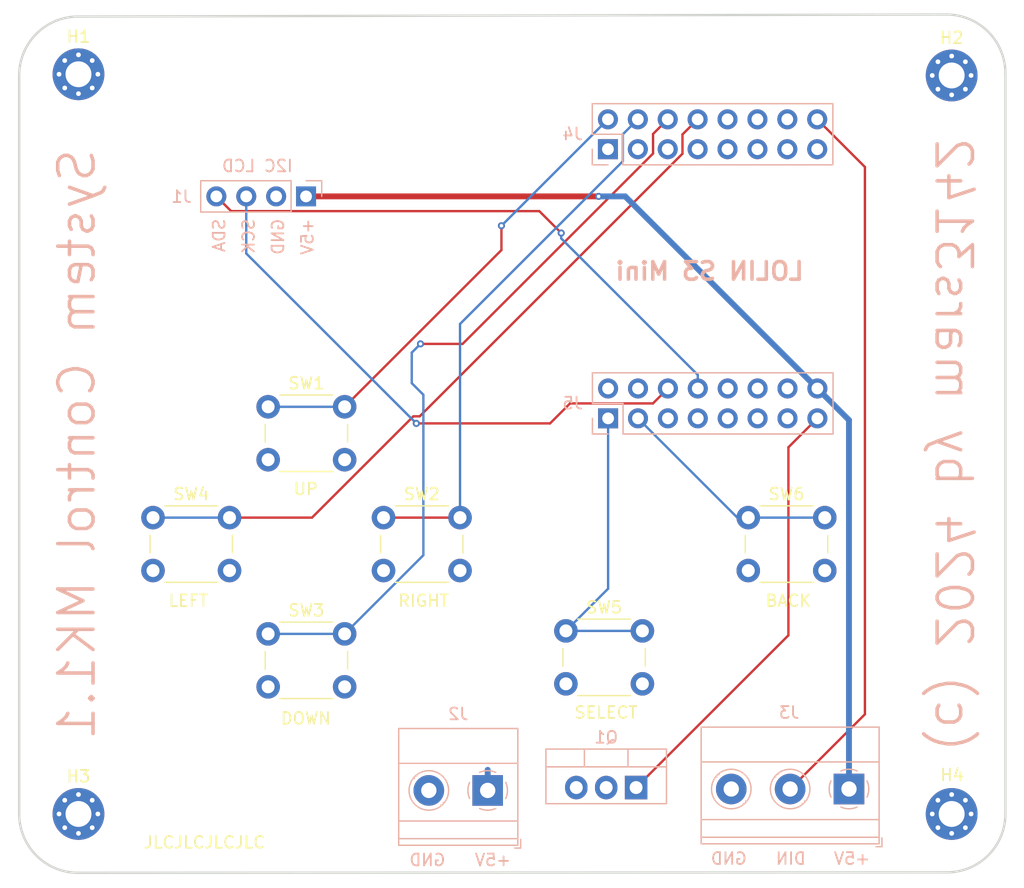
<source format=kicad_pcb>
(kicad_pcb (version 20240108) (generator "pcbnew") (generator_version "8.0")
  (title_block (title "System Control") (date "01.01.2024") (rev "MK1.1") (company "Peter Siegmund (mars3142)") (comment 1 "System Control Board for model railway"))
  (layers (0 "F.Cu" signal) (31 "B.Cu" signal) (34 "B.Paste" user) (35 "F.Paste" user) (36 "B.SilkS" user "B.Silkscreen") (37 "F.SilkS" user "F.Silkscreen") (38 "B.Mask" user) (39 "F.Mask" user) (44 "Edge.Cuts" user))
  (net 0 "")
  (net 1 "SCK")
  (net 2 "+5V")
  (net 3 "GND")
  (net 4 "SDA")
  (net 5 "DIN")
  (net 17 "UP")
  (net 18 "RIGHT")
  (net 19 "DOWN")
  (net 20 "LEFT")
  (net 21 "SELECT")
  (net 22 "BACK")
  (net 31 "MOSFET")
  (footprint "MountingHole:MountingHole_2.2mm_M2_Pad_Via" (layer "F.Cu") (at 59.05615 92.65115)
    (property "Reference" "H3" (at 0 -3.2 0) (layer "F.SilkS"))
    (property "Value" "MH3")
    (pad "1" thru_hole circle (at -1.65 0) (size 0.7 0.7) (drill 0.4) (layers "*.Cu" "*.Mask") (net 3 "GND"))
    (pad "1" thru_hole circle (at -1.166726 -1.166726) (size 0.7 0.7) (drill 0.4) (layers "*.Cu" "*.Mask") (net 3 "GND"))
    (pad "1" thru_hole circle (at -1.166726 1.166726) (size 0.7 0.7) (drill 0.4) (layers "*.Cu" "*.Mask") (net 3 "GND"))
    (pad "1" thru_hole circle (at 0 -1.65) (size 0.7 0.7) (drill 0.4) (layers "*.Cu" "*.Mask") (net 3 "GND"))
    (pad "1" thru_hole circle (at 0 0) (size 4.4 4.4) (drill 2.2) (layers "*.Cu" "*.Mask") (net 3 "GND"))
    (pad "1" thru_hole circle (at 0 1.65) (size 0.7 0.7) (drill 0.4) (layers "*.Cu" "*.Mask") (net 3 "GND"))
    (pad "1" thru_hole circle (at 1.166726 -1.166726) (size 0.7 0.7) (drill 0.4) (layers "*.Cu" "*.Mask") (net 3 "GND"))
    (pad "1" thru_hole circle (at 1.166726 1.166726) (size 0.7 0.7) (drill 0.4) (layers "*.Cu" "*.Mask") (net 3 "GND"))
    (pad "1" thru_hole circle (at 1.65 0) (size 0.7 0.7) (drill 0.4) (layers "*.Cu" "*.Mask") (net 3 "GND"))
  )
  (footprint "Button_Switch_THT:SW_PUSH_6mm_H4.3mm" (layer "F.Cu") (at 75.16945 58.03915)
    (property "Reference" "SW1" (at 3.25 -2 0) (layer "F.SilkS"))
    (property "Value" "UP" (at 3.20055 6.99085 0) (layer "F.SilkS"))
    (fp_line (start -0.25 1.5) (end -0.25 3) (stroke (width 0.12)) (layer "F.SilkS"))
    (fp_line (start 1 5.5) (end 5.5 5.5) (stroke (width 0.12)) (layer "F.SilkS"))
    (fp_line (start 5.5 -1) (end 1 -1) (stroke (width 0.12)) (layer "F.SilkS"))
    (fp_line (start 6.75 3) (end 6.75 1.5) (stroke (width 0.12)) (layer "F.SilkS"))
    (pad "1" thru_hole circle (at 0 0 90) (size 2 2) (drill 1.1) (layers "*.Cu" "*.Mask") (net 17 "UP"))
    (pad "1" thru_hole circle (at 6.5 0 90) (size 2 2) (drill 1.1) (layers "*.Cu" "*.Mask") (net 17 "UP"))
    (pad "2" thru_hole circle (at 0 4.5 90) (size 2 2) (drill 1.1) (layers "*.Cu" "*.Mask") (net 3 "GND"))
    (pad "2" thru_hole circle (at 6.5 4.5 90) (size 2 2) (drill 1.1) (layers "*.Cu" "*.Mask") (net 3 "GND"))
  )
  (footprint "Button_Switch_THT:SW_PUSH_6mm_H4.3mm" (layer "F.Cu") (at 65.38945 67.46115)
    (property "Reference" "SW4" (at 3.25 -2 0) (layer "F.SilkS"))
    (property "Value" "LEFT" (at 2.997645 7.06885 0) (layer "F.SilkS"))
    (fp_line (start -0.25 1.5) (end -0.25 3) (stroke (width 0.12)) (layer "F.SilkS"))
    (fp_line (start 1 5.5) (end 5.5 5.5) (stroke (width 0.12)) (layer "F.SilkS"))
    (fp_line (start 5.5 -1) (end 1 -1) (stroke (width 0.12)) (layer "F.SilkS"))
    (fp_line (start 6.75 3) (end 6.75 1.5) (stroke (width 0.12)) (layer "F.SilkS"))
    (pad "1" thru_hole circle (at 0 0 90) (size 2 2) (drill 1.1) (layers "*.Cu" "*.Mask") (net 20 "LEFT"))
    (pad "1" thru_hole circle (at 6.5 0 90) (size 2 2) (drill 1.1) (layers "*.Cu" "*.Mask") (net 20 "LEFT"))
    (pad "2" thru_hole circle (at 0 4.5 90) (size 2 2) (drill 1.1) (layers "*.Cu" "*.Mask") (net 3 "GND"))
    (pad "2" thru_hole circle (at 6.5 4.5 90) (size 2 2) (drill 1.1) (layers "*.Cu" "*.Mask") (net 3 "GND"))
  )
  (footprint "MountingHole:MountingHole_2.2mm_M2_Pad_Via" (layer "F.Cu") (at 59.05615 29.77315)
    (property "Reference" "H1" (at 0 -3.2 0) (layer "F.SilkS"))
    (property "Value" "MH1")
    (pad "1" thru_hole circle (at -1.65 0) (size 0.7 0.7) (drill 0.4) (layers "*.Cu" "*.Mask") (net 3 "GND"))
    (pad "1" thru_hole circle (at -1.166726 -1.166726) (size 0.7 0.7) (drill 0.4) (layers "*.Cu" "*.Mask") (net 3 "GND"))
    (pad "1" thru_hole circle (at -1.166726 1.166726) (size 0.7 0.7) (drill 0.4) (layers "*.Cu" "*.Mask") (net 3 "GND"))
    (pad "1" thru_hole circle (at 0 -1.65) (size 0.7 0.7) (drill 0.4) (layers "*.Cu" "*.Mask") (net 3 "GND"))
    (pad "1" thru_hole circle (at 0 0) (size 4.4 4.4) (drill 2.2) (layers "*.Cu" "*.Mask") (net 3 "GND"))
    (pad "1" thru_hole circle (at 0 1.65) (size 0.7 0.7) (drill 0.4) (layers "*.Cu" "*.Mask") (net 3 "GND"))
    (pad "1" thru_hole circle (at 1.166726 -1.166726) (size 0.7 0.7) (drill 0.4) (layers "*.Cu" "*.Mask") (net 3 "GND"))
    (pad "1" thru_hole circle (at 1.166726 1.166726) (size 0.7 0.7) (drill 0.4) (layers "*.Cu" "*.Mask") (net 3 "GND"))
    (pad "1" thru_hole circle (at 1.65 0) (size 0.7 0.7) (drill 0.4) (layers "*.Cu" "*.Mask") (net 3 "GND"))
  )
  (footprint "Button_Switch_THT:SW_PUSH_6mm_H4.3mm" (layer "F.Cu") (at 84.97145 67.46115)
    (property "Reference" "SW2" (at 3.25 -2 0) (layer "F.SilkS"))
    (property "Value" "RIGHT" (at 3.39855 7.06885 0) (layer "F.SilkS"))
    (fp_line (start -0.25 1.5) (end -0.25 3) (stroke (width 0.12)) (layer "F.SilkS"))
    (fp_line (start 1 5.5) (end 5.5 5.5) (stroke (width 0.12)) (layer "F.SilkS"))
    (fp_line (start 5.5 -1) (end 1 -1) (stroke (width 0.12)) (layer "F.SilkS"))
    (fp_line (start 6.75 3) (end 6.75 1.5) (stroke (width 0.12)) (layer "F.SilkS"))
    (pad "1" thru_hole circle (at 0 0 90) (size 2 2) (drill 1.1) (layers "*.Cu" "*.Mask") (net 18 "RIGHT"))
    (pad "1" thru_hole circle (at 6.5 0 90) (size 2 2) (drill 1.1) (layers "*.Cu" "*.Mask") (net 18 "RIGHT"))
    (pad "2" thru_hole circle (at 0 4.5 90) (size 2 2) (drill 1.1) (layers "*.Cu" "*.Mask") (net 3 "GND"))
    (pad "2" thru_hole circle (at 6.5 4.5 90) (size 2 2) (drill 1.1) (layers "*.Cu" "*.Mask") (net 3 "GND"))
  )
  (footprint "Button_Switch_THT:SW_PUSH_6mm_H4.3mm" (layer "F.Cu") (at 75.16945 77.34315)
    (property "Reference" "SW3" (at 3.25 -2 0) (layer "F.SilkS"))
    (property "Value" "DOWN" (at 3.20055 7.18685 0) (layer "F.SilkS"))
    (fp_line (start -0.25 1.5) (end -0.25 3) (stroke (width 0.12)) (layer "F.SilkS"))
    (fp_line (start 1 5.5) (end 5.5 5.5) (stroke (width 0.12)) (layer "F.SilkS"))
    (fp_line (start 5.5 -1) (end 1 -1) (stroke (width 0.12)) (layer "F.SilkS"))
    (fp_line (start 6.75 3) (end 6.75 1.5) (stroke (width 0.12)) (layer "F.SilkS"))
    (pad "1" thru_hole circle (at 0 0 90) (size 2 2) (drill 1.1) (layers "*.Cu" "*.Mask") (net 19 "DOWN"))
    (pad "1" thru_hole circle (at 6.5 0 90) (size 2 2) (drill 1.1) (layers "*.Cu" "*.Mask") (net 19 "DOWN"))
    (pad "2" thru_hole circle (at 0 4.5 90) (size 2 2) (drill 1.1) (layers "*.Cu" "*.Mask") (net 3 "GND"))
    (pad "2" thru_hole circle (at 6.5 4.5 90) (size 2 2) (drill 1.1) (layers "*.Cu" "*.Mask") (net 3 "GND"))
  )
  (footprint "Button_Switch_THT:SW_PUSH_6mm_H4.3mm" (layer "F.Cu") (at 115.95945 67.46115)
    (property "Reference" "SW6" (at 3.25 -2 0) (layer "F.SilkS"))
    (property "Value" "BACK" (at 3.41055 7.06885 0) (layer "F.SilkS"))
    (fp_line (start -0.25 1.5) (end -0.25 3) (stroke (width 0.12)) (layer "F.SilkS"))
    (fp_line (start 1 5.5) (end 5.5 5.5) (stroke (width 0.12)) (layer "F.SilkS"))
    (fp_line (start 5.5 -1) (end 1 -1) (stroke (width 0.12)) (layer "F.SilkS"))
    (fp_line (start 6.75 3) (end 6.75 1.5) (stroke (width 0.12)) (layer "F.SilkS"))
    (pad "1" thru_hole circle (at 0 0 90) (size 2 2) (drill 1.1) (layers "*.Cu" "*.Mask") (net 22 "BACK"))
    (pad "1" thru_hole circle (at 6.5 0 90) (size 2 2) (drill 1.1) (layers "*.Cu" "*.Mask") (net 22 "BACK"))
    (pad "2" thru_hole circle (at 0 4.5 90) (size 2 2) (drill 1.1) (layers "*.Cu" "*.Mask") (net 3 "GND"))
    (pad "2" thru_hole circle (at 6.5 4.5 90) (size 2 2) (drill 1.1) (layers "*.Cu" "*.Mask") (net 3 "GND"))
  )
  (footprint "MountingHole:MountingHole_2.2mm_M2_Pad_Via" (layer "F.Cu") (at 133.23945 29.87645)
    (property "Reference" "H2" (at 0 -3.2 0) (layer "F.SilkS"))
    (property "Value" "MH2")
    (pad "1" thru_hole circle (at -1.65 0) (size 0.7 0.7) (drill 0.4) (layers "*.Cu" "*.Mask") (net 3 "GND"))
    (pad "1" thru_hole circle (at -1.166726 -1.166726) (size 0.7 0.7) (drill 0.4) (layers "*.Cu" "*.Mask") (net 3 "GND"))
    (pad "1" thru_hole circle (at -1.166726 1.166726) (size 0.7 0.7) (drill 0.4) (layers "*.Cu" "*.Mask") (net 3 "GND"))
    (pad "1" thru_hole circle (at 0 -1.65) (size 0.7 0.7) (drill 0.4) (layers "*.Cu" "*.Mask") (net 3 "GND"))
    (pad "1" thru_hole circle (at 0 0) (size 4.4 4.4) (drill 2.2) (layers "*.Cu" "*.Mask") (net 3 "GND"))
    (pad "1" thru_hole circle (at 0 1.65) (size 0.7 0.7) (drill 0.4) (layers "*.Cu" "*.Mask") (net 3 "GND"))
    (pad "1" thru_hole circle (at 1.166726 -1.166726) (size 0.7 0.7) (drill 0.4) (layers "*.Cu" "*.Mask") (net 3 "GND"))
    (pad "1" thru_hole circle (at 1.166726 1.166726) (size 0.7 0.7) (drill 0.4) (layers "*.Cu" "*.Mask") (net 3 "GND"))
    (pad "1" thru_hole circle (at 1.65 0) (size 0.7 0.7) (drill 0.4) (layers "*.Cu" "*.Mask") (net 3 "GND"))
  )
  (footprint "MountingHole:MountingHole_2.2mm_M2_Pad_Via" (layer "F.Cu") (at 133.23945 92.65115)
    (property "Reference" "H4" (at 0.0355 -3.3145 0) (layer "F.SilkS"))
    (property "Value" "MH4")
    (pad "1" thru_hole circle (at -1.65 0) (size 0.7 0.7) (drill 0.4) (layers "*.Cu" "*.Mask") (net 3 "GND"))
    (pad "1" thru_hole circle (at -1.166726 -1.166726) (size 0.7 0.7) (drill 0.4) (layers "*.Cu" "*.Mask") (net 3 "GND"))
    (pad "1" thru_hole circle (at -1.166726 1.166726) (size 0.7 0.7) (drill 0.4) (layers "*.Cu" "*.Mask") (net 3 "GND"))
    (pad "1" thru_hole circle (at 0 -1.65) (size 0.7 0.7) (drill 0.4) (layers "*.Cu" "*.Mask") (net 3 "GND"))
    (pad "1" thru_hole circle (at 0 0) (size 4.4 4.4) (drill 2.2) (layers "*.Cu" "*.Mask") (net 3 "GND"))
    (pad "1" thru_hole circle (at 0 1.65) (size 0.7 0.7) (drill 0.4) (layers "*.Cu" "*.Mask") (net 3 "GND"))
    (pad "1" thru_hole circle (at 1.166726 -1.166726) (size 0.7 0.7) (drill 0.4) (layers "*.Cu" "*.Mask") (net 3 "GND"))
    (pad "1" thru_hole circle (at 1.166726 1.166726) (size 0.7 0.7) (drill 0.4) (layers "*.Cu" "*.Mask") (net 3 "GND"))
    (pad "1" thru_hole circle (at 1.65 0) (size 0.7 0.7) (drill 0.4) (layers "*.Cu" "*.Mask") (net 3 "GND"))
  )
  (footprint "Button_Switch_THT:SW_PUSH_6mm_H4.3mm" (layer "F.Cu") (at 100.46545 77.08915)
    (property "Reference" "SW5" (at 3.25 -2 0) (layer "F.SilkS"))
    (property "Value" "SELECT" (at 3.40455 6.94085 0) (layer "F.SilkS"))
    (fp_line (start -0.25 1.5) (end -0.25 3) (stroke (width 0.12)) (layer "F.SilkS"))
    (fp_line (start 1 5.5) (end 5.5 5.5) (stroke (width 0.12)) (layer "F.SilkS"))
    (fp_line (start 5.5 -1) (end 1 -1) (stroke (width 0.12)) (layer "F.SilkS"))
    (fp_line (start 6.75 3) (end 6.75 1.5) (stroke (width 0.12)) (layer "F.SilkS"))
    (pad "1" thru_hole circle (at 0 0 90) (size 2 2) (drill 1.1) (layers "*.Cu" "*.Mask") (net 21 "SELECT"))
    (pad "1" thru_hole circle (at 6.5 0 90) (size 2 2) (drill 1.1) (layers "*.Cu" "*.Mask") (net 21 "SELECT"))
    (pad "2" thru_hole circle (at 0 4.5 90) (size 2 2) (drill 1.1) (layers "*.Cu" "*.Mask") (net 3 "GND"))
    (pad "2" thru_hole circle (at 6.5 4.5 90) (size 2 2) (drill 1.1) (layers "*.Cu" "*.Mask") (net 3 "GND"))
  )
  (footprint "Package_TO_SOT_THT:TO-220-3_Vertical" (layer "B.Cu") (at 106.42945 90.40615 180)
    (property "Reference" "Q1" (at 2.54 4.27 0) (layer "B.SilkS") (effects (justify mirror)))
    (property "Value" "IRF3205")
    (fp_line (start 7.66 3.27) (end -2.58 3.27) (stroke (width 0.12)) (layer "B.SilkS"))
    (fp_line (start 7.66 1.76) (end -2.58 1.76) (stroke (width 0.12)) (layer "B.SilkS"))
    (fp_line (start 7.66 -1.371) (end 7.66 3.27) (stroke (width 0.12)) (layer "B.SilkS"))
    (fp_line (start 7.66 -1.371) (end -2.58 -1.371) (stroke (width 0.12)) (layer "B.SilkS"))
    (fp_line (start 4.391 1.76) (end 4.391 3.27) (stroke (width 0.12)) (layer "B.SilkS"))
    (fp_line (start 0.69 1.76) (end 0.69 3.27) (stroke (width 0.12)) (layer "B.SilkS"))
    (fp_line (start -2.58 -1.371) (end -2.58 3.27) (stroke (width 0.12)) (layer "B.SilkS"))
    (pad "1" thru_hole rect (at 0 0 180) (size 1.905 2) (drill 1.1) (layers "*.Cu" "*.Mask") (net 31 "MOSFET"))
    (pad "2" thru_hole oval (at 2.54 0 180) (size 1.905 2) (drill 1.1) (layers "*.Cu" "*.Mask") (net 3 "GND"))
    (pad "3" thru_hole oval (at 5.08 0 180) (size 1.905 2) (drill 1.1) (layers "*.Cu" "*.Mask") (net 3 "GND"))
  )
  (footprint "TerminalBlock_Phoenix:TerminalBlock_Phoenix_MKDS-1,5-3_1x03_P5.00mm_Horizontal" (layer "B.Cu") (at 124.51545 90.53015 180)
    (property "Reference" "J3" (at 5.085 6.5 0) (layer "B.SilkS") (effects (justify mirror)))
    (property "Value" "Output")
    (fp_line (start 12.56 5.261) (end -2.56 5.261) (stroke (width 0.12)) (layer "B.SilkS"))
    (fp_line (start 12.56 2.301) (end -2.56 2.301) (stroke (width 0.12)) (layer "B.SilkS"))
    (fp_line (start 12.56 -2.6) (end -2.56 -2.6) (stroke (width 0.12)) (layer "B.SilkS"))
    (fp_line (start 12.56 -4.1) (end -2.56 -4.1) (stroke (width 0.12)) (layer "B.SilkS"))
    (fp_line (start 12.56 -4.66) (end 12.56 5.261) (stroke (width 0.12)) (layer "B.SilkS"))
    (fp_line (start 12.56 -4.66) (end -2.56 -4.66) (stroke (width 0.12)) (layer "B.SilkS"))
    (fp_line (start 11.228 1.023) (end 11.275 1.069) (stroke (width 0.12)) (layer "B.SilkS"))
    (fp_line (start 11.035 1.239) (end 11.07 1.275) (stroke (width 0.12)) (layer "B.SilkS"))
    (fp_line (start 8.931 -1.274) (end 8.966 -1.239) (stroke (width 0.12)) (layer "B.SilkS"))
    (fp_line (start 8.726 -1.069) (end 8.773 -1.023) (stroke (width 0.12)) (layer "B.SilkS"))
    (fp_line (start 6.228 1.023) (end 6.275 1.069) (stroke (width 0.12)) (layer "B.SilkS"))
    (fp_line (start 6.035 1.239) (end 6.07 1.275) (stroke (width 0.12)) (layer "B.SilkS"))
    (fp_line (start 3.931 -1.274) (end 3.966 -1.239) (stroke (width 0.12)) (layer "B.SilkS"))
    (fp_line (start 3.726 -1.069) (end 3.773 -1.023) (stroke (width 0.12)) (layer "B.SilkS"))
    (fp_line (start -2.3 -4.9) (end -2.8 -4.9) (stroke (width 0.12)) (layer "B.SilkS"))
    (fp_line (start -2.56 -4.66) (end -2.56 5.261) (stroke (width 0.12)) (layer "B.SilkS"))
    (fp_line (start -2.8 -4.9) (end -2.8 -4.16) (stroke (width 0.12)) (layer "B.SilkS"))
    (fp_arc (start 1.535 -0.684) (mid 1.6805 -0.000524) (end 1.535427 0.683042) (stroke (width 0.12)) (layer "B.SilkS"))
    (fp_arc (start 0.684 1.535) (mid 0.000524 1.680501) (end -0.683042 1.535427) (stroke (width 0.12)) (layer "B.SilkS"))
    (fp_arc (start 0 -1.68) (mid 0.349292 -1.643288) (end 0.683318 -1.534756) (stroke (width 0.12)) (layer "B.SilkS"))
    (fp_arc (start -0.684 -1.535) (mid -0.335551 -1.646659) (end 0.028805 -1.680253) (stroke (width 0.12)) (layer "B.SilkS"))
    (fp_arc (start -1.535 0.684) (mid -1.680501 0.000524) (end -1.535427 -0.683042) (stroke (width 0.12)) (layer "B.SilkS"))
    (fp_circle (center 10 0) (end 11.68 0) (stroke (width 0.12)) (fill none) (layer "B.SilkS"))
    (fp_circle (center 5 0) (end 6.68 0) (stroke (width 0.12)) (fill none) (layer "B.SilkS"))
    (pad "1" thru_hole rect (at 0 0 180) (size 2.6 2.6) (drill 1.3) (layers "*.Cu" "*.Mask") (net 2 "+5V"))
    (pad "2" thru_hole circle (at 5 0 180) (size 2.6 2.6) (drill 1.3) (layers "*.Cu" "*.Mask") (net 5 "DIN"))
    (pad "3" thru_hole circle (at 10 0 180) (size 2.6 2.6) (drill 1.3) (layers "*.Cu" "*.Mask") (net 3 "GND"))
  )
  (footprint "Connector_PinSocket_2.54mm:PinSocket_2x08_P2.54mm_Vertical" (layer "B.Cu") (at 104.05145 59.02315 -90)
    (property "Reference" "J5" (at -1.29 3.015 180) (layer "B.SilkS") (effects (justify mirror)))
    (property "Value" "Female Header Right" (hide yes))
    (fp_line (start -1.27 1.33) (end -3.87 1.33) (stroke (width 0.12)) (layer "B.SilkS"))
    (fp_line (start 1.33 1.33) (end 0 1.33) (stroke (width 0.12)) (layer "B.SilkS"))
    (fp_line (start 1.33 0) (end 1.33 1.33) (stroke (width 0.12)) (layer "B.SilkS"))
    (fp_line (start -1.27 -1.27) (end -1.27 1.33) (stroke (width 0.12)) (layer "B.SilkS"))
    (fp_line (start 1.33 -1.27) (end -1.27 -1.27) (stroke (width 0.12)) (layer "B.SilkS"))
    (fp_line (start -3.87 -19.11) (end -3.87 1.33) (stroke (width 0.12)) (layer "B.SilkS"))
    (fp_line (start 1.33 -19.11) (end 1.33 -1.27) (stroke (width 0.12)) (layer "B.SilkS"))
    (fp_line (start 1.33 -19.11) (end -3.87 -19.11) (stroke (width 0.12)) (layer "B.SilkS"))
    (pad "1" thru_hole rect (at 0 0 270) (size 1.7 1.7) (drill 1) (layers "*.Cu" "*.Mask") (net 21 "SELECT"))
    (pad "2" thru_hole oval (at -2.54 0 270) (size 1.7 1.7) (drill 1) (layers "*.Cu" "*.Mask"))
    (pad "3" thru_hole oval (at 0 -2.54 270) (size 1.7 1.7) (drill 1) (layers "*.Cu" "*.Mask") (net 22 "BACK"))
    (pad "4" thru_hole oval (at -2.54 -2.54 270) (size 1.7 1.7) (drill 1) (layers "*.Cu" "*.Mask"))
    (pad "5" thru_hole oval (at 0 -5.08 270) (size 1.7 1.7) (drill 1) (layers "*.Cu" "*.Mask"))
    (pad "6" thru_hole oval (at -2.54 -5.08 270) (size 1.7 1.7) (drill 1) (layers "*.Cu" "*.Mask") (net 1 "SCK"))
    (pad "7" thru_hole oval (at 0 -7.62 270) (size 1.7 1.7) (drill 1) (layers "*.Cu" "*.Mask"))
    (pad "8" thru_hole oval (at -2.54 -7.62 270) (size 1.7 1.7) (drill 1) (layers "*.Cu" "*.Mask") (net 4 "SDA"))
    (pad "9" thru_hole oval (at 0 -10.16 270) (size 1.7 1.7) (drill 1) (layers "*.Cu" "*.Mask"))
    (pad "10" thru_hole oval (at -2.54 -10.16 270) (size 1.7 1.7) (drill 1) (layers "*.Cu" "*.Mask"))
    (pad "11" thru_hole oval (at 0 -12.7 270) (size 1.7 1.7) (drill 1) (layers "*.Cu" "*.Mask"))
    (pad "12" thru_hole oval (at -2.54 -12.7 270) (size 1.7 1.7) (drill 1) (layers "*.Cu" "*.Mask"))
    (pad "13" thru_hole oval (at 0 -15.24 270) (size 1.7 1.7) (drill 1) (layers "*.Cu" "*.Mask") (net 3 "GND"))
    (pad "14" thru_hole oval (at -2.54 -15.24 270) (size 1.7 1.7) (drill 1) (layers "*.Cu" "*.Mask") (net 3 "GND"))
    (pad "15" thru_hole oval (at 0 -17.78 270) (size 1.7 1.7) (drill 1) (layers "*.Cu" "*.Mask") (net 31 "MOSFET"))
    (pad "16" thru_hole oval (at -2.54 -17.78 270) (size 1.7 1.7) (drill 1) (layers "*.Cu" "*.Mask") (net 2 "+5V"))
  )
  (footprint "Connector_PinSocket_2.54mm:PinSocket_1x04_P2.54mm_Vertical" (layer "B.Cu") (at 78.38945 40.15515 90)
    (property "Reference" "J1" (at -0.025 -10.58 180) (layer "B.SilkS") (effects (justify mirror)))
    (property "Value" "Female Header")
    (fp_line (start 1.33 -8.95) (end -1.33 -8.95) (stroke (width 0.12)) (layer "B.SilkS"))
    (fp_line (start 1.33 -8.95) (end 1.33 -1.27) (stroke (width 0.12)) (layer "B.SilkS"))
    (fp_line (start -1.33 -8.95) (end -1.33 -1.27) (stroke (width 0.12)) (layer "B.SilkS"))
    (fp_line (start 1.33 -1.27) (end -1.33 -1.27) (stroke (width 0.12)) (layer "B.SilkS"))
    (fp_line (start 1.33 0) (end 1.33 1.33) (stroke (width 0.12)) (layer "B.SilkS"))
    (fp_line (start 1.33 1.33) (end 0 1.33) (stroke (width 0.12)) (layer "B.SilkS"))
    (pad "1" thru_hole rect (at 0 0 90) (size 1.7 1.7) (drill 1) (layers "*.Cu" "*.Mask") (net 2 "+5V"))
    (pad "2" thru_hole oval (at 0 -2.54 90) (size 1.7 1.7) (drill 1) (layers "*.Cu" "*.Mask") (net 3 "GND"))
    (pad "3" thru_hole oval (at 0 -5.08 90) (size 1.7 1.7) (drill 1) (layers "*.Cu" "*.Mask") (net 1 "SCK"))
    (pad "4" thru_hole oval (at 0 -7.62 90) (size 1.7 1.7) (drill 1) (layers "*.Cu" "*.Mask") (net 4 "SDA"))
  )
  (footprint "TerminalBlock_Phoenix:TerminalBlock_Phoenix_MKDS-1,5-2_1x02_P5.00mm_Horizontal" (layer "B.Cu") (at 93.82145 90.65115 180)
    (property "Reference" "J2" (at 2.5 6.5 0) (layer "B.SilkS") (effects (justify mirror)))
    (property "Value" "Input")
    (fp_line (start 7.56 5.261) (end -2.56 5.261) (stroke (width 0.12)) (layer "B.SilkS"))
    (fp_line (start 7.56 2.301) (end -2.56 2.301) (stroke (width 0.12)) (layer "B.SilkS"))
    (fp_line (start 7.56 -2.6) (end -2.56 -2.6) (stroke (width 0.12)) (layer "B.SilkS"))
    (fp_line (start 7.56 -4.1) (end -2.56 -4.1) (stroke (width 0.12)) (layer "B.SilkS"))
    (fp_line (start 7.56 -4.66) (end 7.56 5.261) (stroke (width 0.12)) (layer "B.SilkS"))
    (fp_line (start 7.56 -4.66) (end -2.56 -4.66) (stroke (width 0.12)) (layer "B.SilkS"))
    (fp_line (start 6.228 1.023) (end 6.275 1.069) (stroke (width 0.12)) (layer "B.SilkS"))
    (fp_line (start 6.035 1.239) (end 6.07 1.275) (stroke (width 0.12)) (layer "B.SilkS"))
    (fp_line (start 3.931 -1.274) (end 3.966 -1.239) (stroke (width 0.12)) (layer "B.SilkS"))
    (fp_line (start 3.726 -1.069) (end 3.773 -1.023) (stroke (width 0.12)) (layer "B.SilkS"))
    (fp_line (start -2.3 -4.9) (end -2.8 -4.9) (stroke (width 0.12)) (layer "B.SilkS"))
    (fp_line (start -2.56 -4.66) (end -2.56 5.261) (stroke (width 0.12)) (layer "B.SilkS"))
    (fp_line (start -2.8 -4.9) (end -2.8 -4.16) (stroke (width 0.12)) (layer "B.SilkS"))
    (fp_arc (start 1.535 -0.684) (mid 1.6805 -0.000524) (end 1.535427 0.683042) (stroke (width 0.12)) (layer "B.SilkS"))
    (fp_arc (start 0.684 1.535) (mid 0.000524 1.680501) (end -0.683042 1.535427) (stroke (width 0.12)) (layer "B.SilkS"))
    (fp_arc (start 0 -1.68) (mid 0.349292 -1.643288) (end 0.683318 -1.534756) (stroke (width 0.12)) (layer "B.SilkS"))
    (fp_arc (start -0.684 -1.535) (mid -0.335551 -1.646659) (end 0.028805 -1.680253) (stroke (width 0.12)) (layer "B.SilkS"))
    (fp_arc (start -1.535 0.684) (mid -1.680501 0.000524) (end -1.535427 -0.683042) (stroke (width 0.12)) (layer "B.SilkS"))
    (fp_circle (center 5 0) (end 6.68 0) (stroke (width 0.12)) (fill none) (layer "B.SilkS"))
    (pad "1" thru_hole rect (at 0 0 180) (size 2.6 2.6) (drill 1.3) (layers "*.Cu" "*.Mask") (net 2 "+5V"))
    (pad "2" thru_hole circle (at 5 0 180) (size 2.6 2.6) (drill 1.3) (layers "*.Cu" "*.Mask") (net 3 "GND"))
  )
  (footprint "Connector_PinSocket_2.54mm:PinSocket_2x08_P2.54mm_Vertical" (layer "B.Cu") (at 104.03645 36.14315 -90)
    (property "Reference" "J4" (at -1.29 3 180) (layer "B.SilkS") (effects (justify mirror)))
    (property "Value" "Female Header Left" (hide yes))
    (fp_line (start -1.27 1.33) (end -3.87 1.33) (stroke (width 0.12)) (layer "B.SilkS"))
    (fp_line (start 1.33 1.33) (end 0 1.33) (stroke (width 0.12)) (layer "B.SilkS"))
    (fp_line (start 1.33 0) (end 1.33 1.33) (stroke (width 0.12)) (layer "B.SilkS"))
    (fp_line (start -1.27 -1.27) (end -1.27 1.33) (stroke (width 0.12)) (layer "B.SilkS"))
    (fp_line (start 1.33 -1.27) (end -1.27 -1.27) (stroke (width 0.12)) (layer "B.SilkS"))
    (fp_line (start -3.87 -19.11) (end -3.87 1.33) (stroke (width 0.12)) (layer "B.SilkS"))
    (fp_line (start 1.33 -19.11) (end 1.33 -1.27) (stroke (width 0.12)) (layer "B.SilkS"))
    (fp_line (start 1.33 -19.11) (end -3.87 -19.11) (stroke (width 0.12)) (layer "B.SilkS"))
    (pad "1" thru_hole rect (at 0 0 270) (size 1.7 1.7) (drill 1) (layers "*.Cu" "*.Mask"))
    (pad "2" thru_hole oval (at -2.54 0 270) (size 1.7 1.7) (drill 1) (layers "*.Cu" "*.Mask") (net 17 "UP"))
    (pad "3" thru_hole oval (at 0 -2.54 270) (size 1.7 1.7) (drill 1) (layers "*.Cu" "*.Mask"))
    (pad "4" thru_hole oval (at -2.54 -2.54 270) (size 1.7 1.7) (drill 1) (layers "*.Cu" "*.Mask") (net 18 "RIGHT"))
    (pad "5" thru_hole oval (at 0 -5.08 270) (size 1.7 1.7) (drill 1) (layers "*.Cu" "*.Mask"))
    (pad "6" thru_hole oval (at -2.54 -5.08 270) (size 1.7 1.7) (drill 1) (layers "*.Cu" "*.Mask") (net 19 "DOWN"))
    (pad "7" thru_hole oval (at 0 -7.62 270) (size 1.7 1.7) (drill 1) (layers "*.Cu" "*.Mask"))
    (pad "8" thru_hole oval (at -2.54 -7.62 270) (size 1.7 1.7) (drill 1) (layers "*.Cu" "*.Mask") (net 20 "LEFT"))
    (pad "9" thru_hole oval (at 0 -10.16 270) (size 1.7 1.7) (drill 1) (layers "*.Cu" "*.Mask"))
    (pad "10" thru_hole oval (at -2.54 -10.16 270) (size 1.7 1.7) (drill 1) (layers "*.Cu" "*.Mask"))
    (pad "11" thru_hole oval (at 0 -12.7 270) (size 1.7 1.7) (drill 1) (layers "*.Cu" "*.Mask"))
    (pad "12" thru_hole oval (at -2.54 -12.7 270) (size 1.7 1.7) (drill 1) (layers "*.Cu" "*.Mask"))
    (pad "13" thru_hole oval (at 0 -15.24 270) (size 1.7 1.7) (drill 1) (layers "*.Cu" "*.Mask"))
    (pad "14" thru_hole oval (at -2.54 -15.24 270) (size 1.7 1.7) (drill 1) (layers "*.Cu" "*.Mask"))
    (pad "15" thru_hole oval (at 0 -17.78 270) (size 1.7 1.7) (drill 1) (layers "*.Cu" "*.Mask"))
    (pad "16" thru_hole oval (at -2.54 -17.78 270) (size 1.7 1.7) (drill 1) (layers "*.Cu" "*.Mask") (net 5 "DIN"))
  )
  (gr_line (start 59.01945 24.868424) (end 132.80345 24.69315) (stroke (width 0.2)) (layer "Edge.Cuts"))
  (gr_line (start 59.01945 97.65115) (end 132.803451 97.615489) (stroke (width 0.2)) (layer "Edge.Cuts"))
  (gr_arc (start 137.80345 92.65115) (mid 136.336808 96.17411) (end 132.803451 97.615489) (stroke (width 0.2)) (layer "Edge.Cuts"))
  (gr_line (start 137.80345 29.69315) (end 137.80345 92.65115) (stroke (width 0.2)) (layer "Edge.Cuts"))
  (gr_arc (start 132.80345 24.69315) (mid 136.339013 26.157587) (end 137.80345 29.69315) (stroke (width 0.2)) (layer "Edge.Cuts"))
  (gr_line (start 54.01945 92.65115) (end 54.01945 29.868424) (stroke (width 0.2)) (layer "Edge.Cuts"))
  (gr_arc (start 54.01945 29.868424) (mid 55.483915 26.332888) (end 59.01945 24.868424) (stroke (width 0.2)) (layer "Edge.Cuts"))
  (gr_arc (start 59.01945 97.65115) (mid 55.483916 96.186684) (end 54.01945 92.65115) (stroke (width 0.2)) (layer "Edge.Cuts"))
  (gr_text "GND" (at 76.58945 41.96515 90) (layer "B.SilkS") (effects (font (size 1 1)) (justify left bottom mirror)))
  (gr_text "SCK" (at 74.08945 41.96515 90) (layer "B.SilkS") (effects (font (size 1 1)) (justify left bottom mirror)))
  (gr_text "I2C LCD" (at 77.35145 38.15515 0) (layer "B.SilkS") (effects (font (size 1 1)) (justify left bottom mirror)))
  (gr_text "LOLIN S3 Mini" (at 120.83145 47.39315 0) (layer "B.SilkS") (effects (font (size 1.5 1.5) (thickness 0.3) (bold yes)) (justify left bottom mirror)))
  (gr_text "+5V" (at 95.88945 97.15115 0) (layer "B.SilkS") (effects (font (size 1 1)) (justify left bottom mirror)))
  (gr_text "+5V" (at 126.38945 97.03015 0) (layer "B.SilkS") (effects (font (size 1 1)) (justify left bottom mirror)))
  (gr_text "+5V" (at 79.08945 41.96515 90) (layer "B.SilkS") (effects (font (size 1 1)) (justify left bottom mirror)))
  (gr_text "(c) 2024 by mars3142" (at 131.62095 61.263799 270) (layer "B.SilkS") (effects (font (size 3 3) (thickness 0.3) (bold yes)) (justify bottom mirror)))
  (gr_text "GND" (at 115.93045 97.03015 0) (layer "B.SilkS") (effects (font (size 1 1)) (justify left bottom mirror)))
  (gr_text "GND" (at 90.32145 97.15115 0) (layer "B.SilkS") (effects (font (size 1 1)) (justify left bottom mirror)))
  (gr_text "DIN" (at 120.93045 97.03015 0) (layer "B.SilkS") (effects (font (size 1 1)) (justify left bottom mirror)))
  (gr_text "System Control MK1.1" (at 60.674676 61.241957 90) (layer "B.SilkS") (effects (font (size 3 3) (thickness 0.3)) (justify bottom mirror)))
  (gr_text "SDA" (at 71.58945 41.96515 90) (layer "B.SilkS") (effects (font (size 1 1)) (justify left bottom mirror)))
  (gr_text "JLCJLCJLCJLC" (at 64.51945 95.65115 0) (layer "F.SilkS") (effects (font (size 1 1)) (justify left bottom)))
  (segment (start 107.86145 57.75315) (end 109.13145 56.48315) (width 0.2) (layer "F.Cu") (net 1))
  (segment (start 100.81825 57.75315) (end 107.86145 57.75315) (width 0.2) (layer "F.Cu") (net 1))
  (segment (start 99.11965 59.45175) (end 100.81825 57.75315) (width 0.2) (layer "F.Cu") (net 1))
  (segment (start 87.75675 59.45175) (end 99.11965 59.45175) (width 0.2) (layer "F.Cu") (net 1))
  (via (at 87.75675 59.45175) (size 0.6) (drill 0.3) (layers "F.Cu" "B.Cu") (net 1))
  (segment (start 73.30945 45.00445) (end 87.75675 59.45175) (width 0.2) (layer "B.Cu") (net 1))
  (segment (start 73.30945 40.15515) (end 73.30945 45.00445) (width 0.2) (layer "B.Cu") (net 1))
  (segment (start 103.24485 40.15515) (end 78.38945 40.15515) (width 0.5) (layer "F.Cu") (net 2))
  (segment (start 78.38945 40.15515) (end 78.5146 40.03) (width 0.5) (layer "F.Cu") (net 2))
  (via (at 103.24485 40.15515) (size 0.6) (drill 0.3) (layers "F.Cu" "B.Cu") (net 2))
  (segment (start 124.51545 90.53015) (end 124.51545 59.16715) (width 0.5) (layer "B.Cu") (net 2))
  (segment (start 124.51545 59.16715) (end 121.83145 56.48315) (width 0.5) (layer "B.Cu") (net 2))
  (segment (start 105.50345 40.15515) (end 121.83145 56.48315) (width 0.5) (layer "B.Cu") (net 2))
  (segment (start 103.24485 40.15515) (end 105.50345 40.15515) (width 0.5) (layer "B.Cu") (net 2))
  (segment (start 93.82145 88.89945) (end 93.82145 90.65115) (width 0.5) (layer "B.Cu") (net 2))
  (segment (start 98.20635 41.40735) (end 72.02165 41.40735) (width 0.2) (layer "F.Cu") (net 4))
  (segment (start 72.02165 41.40735) (end 70.76945 40.15515) (width 0.2) (layer "F.Cu") (net 4))
  (segment (start 100.06855 43.26955) (end 98.20635 41.40735) (width 0.2) (layer "F.Cu") (net 4))
  (via (at 100.06855 43.26955) (size 0.6) (drill 0.3) (layers "F.Cu" "B.Cu") (net 4))
  (segment (start 111.67145 55.33145) (end 100.06855 43.72855) (width 0.2) (layer "B.Cu") (net 4))
  (segment (start 111.67145 56.48315) (end 111.67145 55.33145) (width 0.2) (layer "B.Cu") (net 4))
  (segment (start 100.06855 43.72855) (end 100.06855 43.26955) (width 0.2) (layer "B.Cu") (net 4))
  (segment (start 119.51545 90.53015) (end 125.87 84.1756) (width 0.2) (layer "F.Cu") (net 5))
  (segment (start 125.87 84.1756) (end 125.87 37.6567) (width 0.2) (layer "F.Cu") (net 5))
  (segment (start 125.87 37.6567) (end 121.81645 33.60315) (width 0.2) (layer "F.Cu") (net 5))
  (segment (start 94.9898 42.6498) (end 94.9898 44.7188) (width 0.2) (layer "F.Cu") (net 17))
  (segment (start 94.9898 44.7188) (end 81.66945 58.03915) (width 0.2) (layer "F.Cu") (net 17))
  (via (at 94.9898 42.6498) (size 0.6) (drill 0.3) (layers "F.Cu" "B.Cu") (net 17))
  (segment (start 94.9898 42.6498) (end 104.03645 33.60315) (width 0.2) (layer "B.Cu") (net 17))
  (segment (start 81.66945 58.03915) (end 75.16945 58.03915) (width 0.2) (layer "B.Cu") (net 17))
  (segment (start 91.47145 67.46115) (end 84.97145 67.46115) (width 0.2) (layer "F.Cu") (net 18))
  (segment (start 91.47145 67.46115) (end 91.47145 50.99995) (width 0.2) (layer "B.Cu") (net 18))
  (segment (start 105.30645 37.16495) (end 105.30645 34.87315) (width 0.2) (layer "B.Cu") (net 18))
  (segment (start 105.30645 34.87315) (end 106.57645 33.60315) (width 0.2) (layer "B.Cu") (net 18))
  (segment (start 91.47145 50.99995) (end 105.30645 37.16495) (width 0.2) (layer "B.Cu") (net 18))
  (segment (start 91.69085 52.69265) (end 107.87 36.5135) (width 0.2) (layer "F.Cu") (net 19))
  (segment (start 107.87 34.8496) (end 109.11645 33.60315) (width 0.2) (layer "F.Cu") (net 19))
  (segment (start 88.11295 52.69265) (end 91.69085 52.69265) (width 0.2) (layer "F.Cu") (net 19))
  (segment (start 107.87 36.5135) (end 107.87 34.8496) (width 0.2) (layer "F.Cu") (net 19))
  (via (at 88.11295 52.69265) (size 0.6) (drill 0.3) (layers "F.Cu" "B.Cu") (net 19))
  (segment (start 81.66945 77.34315) (end 75.16945 77.34315) (width 0.2) (layer "B.Cu") (net 19))
  (segment (start 87.37 53.4356) (end 88.11295 52.69265) (width 0.2) (layer "B.Cu") (net 19))
  (segment (start 88.35675 57.01675) (end 87.37 56.03) (width 0.2) (layer "B.Cu") (net 19))
  (segment (start 87.37 56.03) (end 87.37 53.4356) (width 0.2) (layer "B.Cu") (net 19))
  (segment (start 88.35675 70.65585) (end 88.35675 57.01675) (width 0.2) (layer "B.Cu") (net 19))
  (segment (start 81.66945 77.34315) (end 88.35675 70.65585) (width 0.2) (layer "B.Cu") (net 19))
  (segment (start 88.04615 58.85005) (end 110.37 36.5262) (width 0.2) (layer "F.Cu") (net 20))
  (segment (start 110.37 36.5262) (end 110.37 34.8896) (width 0.2) (layer "F.Cu") (net 20))
  (segment (start 71.88945 67.46115) (end 78.89655 67.46115) (width 0.2) (layer "F.Cu") (net 20))
  (segment (start 110.37 34.8896) (end 111.65645 33.60315) (width 0.2) (layer "F.Cu") (net 20))
  (segment (start 78.89655 67.46115) (end 87.50765 58.85005) (width 0.2) (layer "F.Cu") (net 20))
  (segment (start 87.50765 58.85005) (end 88.04615 58.85005) (width 0.2) (layer "F.Cu") (net 20))
  (segment (start 71.88945 67.46115) (end 65.38945 67.46115) (width 0.2) (layer "B.Cu") (net 20))
  (segment (start 104.05145 73.50315) (end 100.46545 77.08915) (width 0.2) (layer "B.Cu") (net 21))
  (segment (start 106.96545 77.08915) (end 100.46545 77.08915) (width 0.2) (layer "B.Cu") (net 21))
  (segment (start 104.05145 59.02315) (end 104.05145 73.50315) (width 0.2) (layer "B.Cu") (net 21))
  (segment (start 122.45945 67.46115) (end 115.95945 67.46115) (width 0.2) (layer "B.Cu") (net 22))
  (segment (start 115.02945 67.46115) (end 115.95945 67.46115) (width 0.2) (layer "B.Cu") (net 22))
  (segment (start 106.59145 59.02315) (end 115.02945 67.46115) (width 0.2) (layer "B.Cu") (net 22))
  (segment (start 119.37 77.4656) (end 119.37 61.4846) (width 0.2) (layer "F.Cu") (net 31))
  (segment (start 106.42945 90.40615) (end 119.37 77.4656) (width 0.2) (layer "F.Cu") (net 31))
  (segment (start 119.37 61.4846) (end 121.83145 59.02315) (width 0.2) (layer "F.Cu") (net 31))
)
</source>
